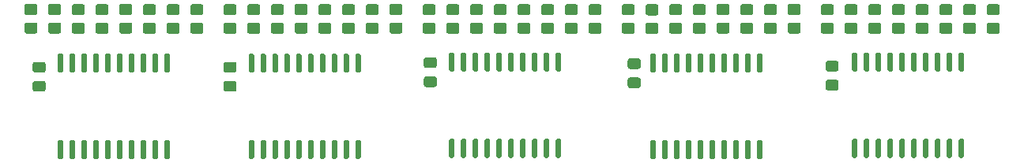
<source format=gtp>
G04 #@! TF.GenerationSoftware,KiCad,Pcbnew,(5.1.8)-1*
G04 #@! TF.CreationDate,2021-04-28T16:49:30+01:00*
G04 #@! TF.ProjectId,Altair buffer,416c7461-6972-4206-9275-666665722e6b,rev?*
G04 #@! TF.SameCoordinates,Original*
G04 #@! TF.FileFunction,Paste,Top*
G04 #@! TF.FilePolarity,Positive*
%FSLAX46Y46*%
G04 Gerber Fmt 4.6, Leading zero omitted, Abs format (unit mm)*
G04 Created by KiCad (PCBNEW (5.1.8)-1) date 2021-04-28 16:49:30*
%MOMM*%
%LPD*%
G01*
G04 APERTURE LIST*
G04 APERTURE END LIST*
G36*
G01*
X144549000Y-92895000D02*
X144249000Y-92895000D01*
G75*
G02*
X144099000Y-92745000I0J150000D01*
G01*
X144099000Y-90995000D01*
G75*
G02*
X144249000Y-90845000I150000J0D01*
G01*
X144549000Y-90845000D01*
G75*
G02*
X144699000Y-90995000I0J-150000D01*
G01*
X144699000Y-92745000D01*
G75*
G02*
X144549000Y-92895000I-150000J0D01*
G01*
G37*
G36*
G01*
X145819000Y-92895000D02*
X145519000Y-92895000D01*
G75*
G02*
X145369000Y-92745000I0J150000D01*
G01*
X145369000Y-90995000D01*
G75*
G02*
X145519000Y-90845000I150000J0D01*
G01*
X145819000Y-90845000D01*
G75*
G02*
X145969000Y-90995000I0J-150000D01*
G01*
X145969000Y-92745000D01*
G75*
G02*
X145819000Y-92895000I-150000J0D01*
G01*
G37*
G36*
G01*
X147089000Y-92895000D02*
X146789000Y-92895000D01*
G75*
G02*
X146639000Y-92745000I0J150000D01*
G01*
X146639000Y-90995000D01*
G75*
G02*
X146789000Y-90845000I150000J0D01*
G01*
X147089000Y-90845000D01*
G75*
G02*
X147239000Y-90995000I0J-150000D01*
G01*
X147239000Y-92745000D01*
G75*
G02*
X147089000Y-92895000I-150000J0D01*
G01*
G37*
G36*
G01*
X148359000Y-92895000D02*
X148059000Y-92895000D01*
G75*
G02*
X147909000Y-92745000I0J150000D01*
G01*
X147909000Y-90995000D01*
G75*
G02*
X148059000Y-90845000I150000J0D01*
G01*
X148359000Y-90845000D01*
G75*
G02*
X148509000Y-90995000I0J-150000D01*
G01*
X148509000Y-92745000D01*
G75*
G02*
X148359000Y-92895000I-150000J0D01*
G01*
G37*
G36*
G01*
X149629000Y-92895000D02*
X149329000Y-92895000D01*
G75*
G02*
X149179000Y-92745000I0J150000D01*
G01*
X149179000Y-90995000D01*
G75*
G02*
X149329000Y-90845000I150000J0D01*
G01*
X149629000Y-90845000D01*
G75*
G02*
X149779000Y-90995000I0J-150000D01*
G01*
X149779000Y-92745000D01*
G75*
G02*
X149629000Y-92895000I-150000J0D01*
G01*
G37*
G36*
G01*
X150899000Y-92895000D02*
X150599000Y-92895000D01*
G75*
G02*
X150449000Y-92745000I0J150000D01*
G01*
X150449000Y-90995000D01*
G75*
G02*
X150599000Y-90845000I150000J0D01*
G01*
X150899000Y-90845000D01*
G75*
G02*
X151049000Y-90995000I0J-150000D01*
G01*
X151049000Y-92745000D01*
G75*
G02*
X150899000Y-92895000I-150000J0D01*
G01*
G37*
G36*
G01*
X152169000Y-92895000D02*
X151869000Y-92895000D01*
G75*
G02*
X151719000Y-92745000I0J150000D01*
G01*
X151719000Y-90995000D01*
G75*
G02*
X151869000Y-90845000I150000J0D01*
G01*
X152169000Y-90845000D01*
G75*
G02*
X152319000Y-90995000I0J-150000D01*
G01*
X152319000Y-92745000D01*
G75*
G02*
X152169000Y-92895000I-150000J0D01*
G01*
G37*
G36*
G01*
X153439000Y-92895000D02*
X153139000Y-92895000D01*
G75*
G02*
X152989000Y-92745000I0J150000D01*
G01*
X152989000Y-90995000D01*
G75*
G02*
X153139000Y-90845000I150000J0D01*
G01*
X153439000Y-90845000D01*
G75*
G02*
X153589000Y-90995000I0J-150000D01*
G01*
X153589000Y-92745000D01*
G75*
G02*
X153439000Y-92895000I-150000J0D01*
G01*
G37*
G36*
G01*
X154709000Y-92895000D02*
X154409000Y-92895000D01*
G75*
G02*
X154259000Y-92745000I0J150000D01*
G01*
X154259000Y-90995000D01*
G75*
G02*
X154409000Y-90845000I150000J0D01*
G01*
X154709000Y-90845000D01*
G75*
G02*
X154859000Y-90995000I0J-150000D01*
G01*
X154859000Y-92745000D01*
G75*
G02*
X154709000Y-92895000I-150000J0D01*
G01*
G37*
G36*
G01*
X155979000Y-92895000D02*
X155679000Y-92895000D01*
G75*
G02*
X155529000Y-92745000I0J150000D01*
G01*
X155529000Y-90995000D01*
G75*
G02*
X155679000Y-90845000I150000J0D01*
G01*
X155979000Y-90845000D01*
G75*
G02*
X156129000Y-90995000I0J-150000D01*
G01*
X156129000Y-92745000D01*
G75*
G02*
X155979000Y-92895000I-150000J0D01*
G01*
G37*
G36*
G01*
X155979000Y-102195000D02*
X155679000Y-102195000D01*
G75*
G02*
X155529000Y-102045000I0J150000D01*
G01*
X155529000Y-100295000D01*
G75*
G02*
X155679000Y-100145000I150000J0D01*
G01*
X155979000Y-100145000D01*
G75*
G02*
X156129000Y-100295000I0J-150000D01*
G01*
X156129000Y-102045000D01*
G75*
G02*
X155979000Y-102195000I-150000J0D01*
G01*
G37*
G36*
G01*
X154709000Y-102195000D02*
X154409000Y-102195000D01*
G75*
G02*
X154259000Y-102045000I0J150000D01*
G01*
X154259000Y-100295000D01*
G75*
G02*
X154409000Y-100145000I150000J0D01*
G01*
X154709000Y-100145000D01*
G75*
G02*
X154859000Y-100295000I0J-150000D01*
G01*
X154859000Y-102045000D01*
G75*
G02*
X154709000Y-102195000I-150000J0D01*
G01*
G37*
G36*
G01*
X153439000Y-102195000D02*
X153139000Y-102195000D01*
G75*
G02*
X152989000Y-102045000I0J150000D01*
G01*
X152989000Y-100295000D01*
G75*
G02*
X153139000Y-100145000I150000J0D01*
G01*
X153439000Y-100145000D01*
G75*
G02*
X153589000Y-100295000I0J-150000D01*
G01*
X153589000Y-102045000D01*
G75*
G02*
X153439000Y-102195000I-150000J0D01*
G01*
G37*
G36*
G01*
X152169000Y-102195000D02*
X151869000Y-102195000D01*
G75*
G02*
X151719000Y-102045000I0J150000D01*
G01*
X151719000Y-100295000D01*
G75*
G02*
X151869000Y-100145000I150000J0D01*
G01*
X152169000Y-100145000D01*
G75*
G02*
X152319000Y-100295000I0J-150000D01*
G01*
X152319000Y-102045000D01*
G75*
G02*
X152169000Y-102195000I-150000J0D01*
G01*
G37*
G36*
G01*
X150899000Y-102195000D02*
X150599000Y-102195000D01*
G75*
G02*
X150449000Y-102045000I0J150000D01*
G01*
X150449000Y-100295000D01*
G75*
G02*
X150599000Y-100145000I150000J0D01*
G01*
X150899000Y-100145000D01*
G75*
G02*
X151049000Y-100295000I0J-150000D01*
G01*
X151049000Y-102045000D01*
G75*
G02*
X150899000Y-102195000I-150000J0D01*
G01*
G37*
G36*
G01*
X149629000Y-102195000D02*
X149329000Y-102195000D01*
G75*
G02*
X149179000Y-102045000I0J150000D01*
G01*
X149179000Y-100295000D01*
G75*
G02*
X149329000Y-100145000I150000J0D01*
G01*
X149629000Y-100145000D01*
G75*
G02*
X149779000Y-100295000I0J-150000D01*
G01*
X149779000Y-102045000D01*
G75*
G02*
X149629000Y-102195000I-150000J0D01*
G01*
G37*
G36*
G01*
X148359000Y-102195000D02*
X148059000Y-102195000D01*
G75*
G02*
X147909000Y-102045000I0J150000D01*
G01*
X147909000Y-100295000D01*
G75*
G02*
X148059000Y-100145000I150000J0D01*
G01*
X148359000Y-100145000D01*
G75*
G02*
X148509000Y-100295000I0J-150000D01*
G01*
X148509000Y-102045000D01*
G75*
G02*
X148359000Y-102195000I-150000J0D01*
G01*
G37*
G36*
G01*
X147089000Y-102195000D02*
X146789000Y-102195000D01*
G75*
G02*
X146639000Y-102045000I0J150000D01*
G01*
X146639000Y-100295000D01*
G75*
G02*
X146789000Y-100145000I150000J0D01*
G01*
X147089000Y-100145000D01*
G75*
G02*
X147239000Y-100295000I0J-150000D01*
G01*
X147239000Y-102045000D01*
G75*
G02*
X147089000Y-102195000I-150000J0D01*
G01*
G37*
G36*
G01*
X145819000Y-102195000D02*
X145519000Y-102195000D01*
G75*
G02*
X145369000Y-102045000I0J150000D01*
G01*
X145369000Y-100295000D01*
G75*
G02*
X145519000Y-100145000I150000J0D01*
G01*
X145819000Y-100145000D01*
G75*
G02*
X145969000Y-100295000I0J-150000D01*
G01*
X145969000Y-102045000D01*
G75*
G02*
X145819000Y-102195000I-150000J0D01*
G01*
G37*
G36*
G01*
X144549000Y-102195000D02*
X144249000Y-102195000D01*
G75*
G02*
X144099000Y-102045000I0J150000D01*
G01*
X144099000Y-100295000D01*
G75*
G02*
X144249000Y-100145000I150000J0D01*
G01*
X144549000Y-100145000D01*
G75*
G02*
X144699000Y-100295000I0J-150000D01*
G01*
X144699000Y-102045000D01*
G75*
G02*
X144549000Y-102195000I-150000J0D01*
G01*
G37*
G36*
G01*
X122959000Y-93022000D02*
X122659000Y-93022000D01*
G75*
G02*
X122509000Y-92872000I0J150000D01*
G01*
X122509000Y-91122000D01*
G75*
G02*
X122659000Y-90972000I150000J0D01*
G01*
X122959000Y-90972000D01*
G75*
G02*
X123109000Y-91122000I0J-150000D01*
G01*
X123109000Y-92872000D01*
G75*
G02*
X122959000Y-93022000I-150000J0D01*
G01*
G37*
G36*
G01*
X124229000Y-93022000D02*
X123929000Y-93022000D01*
G75*
G02*
X123779000Y-92872000I0J150000D01*
G01*
X123779000Y-91122000D01*
G75*
G02*
X123929000Y-90972000I150000J0D01*
G01*
X124229000Y-90972000D01*
G75*
G02*
X124379000Y-91122000I0J-150000D01*
G01*
X124379000Y-92872000D01*
G75*
G02*
X124229000Y-93022000I-150000J0D01*
G01*
G37*
G36*
G01*
X125499000Y-93022000D02*
X125199000Y-93022000D01*
G75*
G02*
X125049000Y-92872000I0J150000D01*
G01*
X125049000Y-91122000D01*
G75*
G02*
X125199000Y-90972000I150000J0D01*
G01*
X125499000Y-90972000D01*
G75*
G02*
X125649000Y-91122000I0J-150000D01*
G01*
X125649000Y-92872000D01*
G75*
G02*
X125499000Y-93022000I-150000J0D01*
G01*
G37*
G36*
G01*
X126769000Y-93022000D02*
X126469000Y-93022000D01*
G75*
G02*
X126319000Y-92872000I0J150000D01*
G01*
X126319000Y-91122000D01*
G75*
G02*
X126469000Y-90972000I150000J0D01*
G01*
X126769000Y-90972000D01*
G75*
G02*
X126919000Y-91122000I0J-150000D01*
G01*
X126919000Y-92872000D01*
G75*
G02*
X126769000Y-93022000I-150000J0D01*
G01*
G37*
G36*
G01*
X128039000Y-93022000D02*
X127739000Y-93022000D01*
G75*
G02*
X127589000Y-92872000I0J150000D01*
G01*
X127589000Y-91122000D01*
G75*
G02*
X127739000Y-90972000I150000J0D01*
G01*
X128039000Y-90972000D01*
G75*
G02*
X128189000Y-91122000I0J-150000D01*
G01*
X128189000Y-92872000D01*
G75*
G02*
X128039000Y-93022000I-150000J0D01*
G01*
G37*
G36*
G01*
X129309000Y-93022000D02*
X129009000Y-93022000D01*
G75*
G02*
X128859000Y-92872000I0J150000D01*
G01*
X128859000Y-91122000D01*
G75*
G02*
X129009000Y-90972000I150000J0D01*
G01*
X129309000Y-90972000D01*
G75*
G02*
X129459000Y-91122000I0J-150000D01*
G01*
X129459000Y-92872000D01*
G75*
G02*
X129309000Y-93022000I-150000J0D01*
G01*
G37*
G36*
G01*
X130579000Y-93022000D02*
X130279000Y-93022000D01*
G75*
G02*
X130129000Y-92872000I0J150000D01*
G01*
X130129000Y-91122000D01*
G75*
G02*
X130279000Y-90972000I150000J0D01*
G01*
X130579000Y-90972000D01*
G75*
G02*
X130729000Y-91122000I0J-150000D01*
G01*
X130729000Y-92872000D01*
G75*
G02*
X130579000Y-93022000I-150000J0D01*
G01*
G37*
G36*
G01*
X131849000Y-93022000D02*
X131549000Y-93022000D01*
G75*
G02*
X131399000Y-92872000I0J150000D01*
G01*
X131399000Y-91122000D01*
G75*
G02*
X131549000Y-90972000I150000J0D01*
G01*
X131849000Y-90972000D01*
G75*
G02*
X131999000Y-91122000I0J-150000D01*
G01*
X131999000Y-92872000D01*
G75*
G02*
X131849000Y-93022000I-150000J0D01*
G01*
G37*
G36*
G01*
X133119000Y-93022000D02*
X132819000Y-93022000D01*
G75*
G02*
X132669000Y-92872000I0J150000D01*
G01*
X132669000Y-91122000D01*
G75*
G02*
X132819000Y-90972000I150000J0D01*
G01*
X133119000Y-90972000D01*
G75*
G02*
X133269000Y-91122000I0J-150000D01*
G01*
X133269000Y-92872000D01*
G75*
G02*
X133119000Y-93022000I-150000J0D01*
G01*
G37*
G36*
G01*
X134389000Y-93022000D02*
X134089000Y-93022000D01*
G75*
G02*
X133939000Y-92872000I0J150000D01*
G01*
X133939000Y-91122000D01*
G75*
G02*
X134089000Y-90972000I150000J0D01*
G01*
X134389000Y-90972000D01*
G75*
G02*
X134539000Y-91122000I0J-150000D01*
G01*
X134539000Y-92872000D01*
G75*
G02*
X134389000Y-93022000I-150000J0D01*
G01*
G37*
G36*
G01*
X134389000Y-102322000D02*
X134089000Y-102322000D01*
G75*
G02*
X133939000Y-102172000I0J150000D01*
G01*
X133939000Y-100422000D01*
G75*
G02*
X134089000Y-100272000I150000J0D01*
G01*
X134389000Y-100272000D01*
G75*
G02*
X134539000Y-100422000I0J-150000D01*
G01*
X134539000Y-102172000D01*
G75*
G02*
X134389000Y-102322000I-150000J0D01*
G01*
G37*
G36*
G01*
X133119000Y-102322000D02*
X132819000Y-102322000D01*
G75*
G02*
X132669000Y-102172000I0J150000D01*
G01*
X132669000Y-100422000D01*
G75*
G02*
X132819000Y-100272000I150000J0D01*
G01*
X133119000Y-100272000D01*
G75*
G02*
X133269000Y-100422000I0J-150000D01*
G01*
X133269000Y-102172000D01*
G75*
G02*
X133119000Y-102322000I-150000J0D01*
G01*
G37*
G36*
G01*
X131849000Y-102322000D02*
X131549000Y-102322000D01*
G75*
G02*
X131399000Y-102172000I0J150000D01*
G01*
X131399000Y-100422000D01*
G75*
G02*
X131549000Y-100272000I150000J0D01*
G01*
X131849000Y-100272000D01*
G75*
G02*
X131999000Y-100422000I0J-150000D01*
G01*
X131999000Y-102172000D01*
G75*
G02*
X131849000Y-102322000I-150000J0D01*
G01*
G37*
G36*
G01*
X130579000Y-102322000D02*
X130279000Y-102322000D01*
G75*
G02*
X130129000Y-102172000I0J150000D01*
G01*
X130129000Y-100422000D01*
G75*
G02*
X130279000Y-100272000I150000J0D01*
G01*
X130579000Y-100272000D01*
G75*
G02*
X130729000Y-100422000I0J-150000D01*
G01*
X130729000Y-102172000D01*
G75*
G02*
X130579000Y-102322000I-150000J0D01*
G01*
G37*
G36*
G01*
X129309000Y-102322000D02*
X129009000Y-102322000D01*
G75*
G02*
X128859000Y-102172000I0J150000D01*
G01*
X128859000Y-100422000D01*
G75*
G02*
X129009000Y-100272000I150000J0D01*
G01*
X129309000Y-100272000D01*
G75*
G02*
X129459000Y-100422000I0J-150000D01*
G01*
X129459000Y-102172000D01*
G75*
G02*
X129309000Y-102322000I-150000J0D01*
G01*
G37*
G36*
G01*
X128039000Y-102322000D02*
X127739000Y-102322000D01*
G75*
G02*
X127589000Y-102172000I0J150000D01*
G01*
X127589000Y-100422000D01*
G75*
G02*
X127739000Y-100272000I150000J0D01*
G01*
X128039000Y-100272000D01*
G75*
G02*
X128189000Y-100422000I0J-150000D01*
G01*
X128189000Y-102172000D01*
G75*
G02*
X128039000Y-102322000I-150000J0D01*
G01*
G37*
G36*
G01*
X126769000Y-102322000D02*
X126469000Y-102322000D01*
G75*
G02*
X126319000Y-102172000I0J150000D01*
G01*
X126319000Y-100422000D01*
G75*
G02*
X126469000Y-100272000I150000J0D01*
G01*
X126769000Y-100272000D01*
G75*
G02*
X126919000Y-100422000I0J-150000D01*
G01*
X126919000Y-102172000D01*
G75*
G02*
X126769000Y-102322000I-150000J0D01*
G01*
G37*
G36*
G01*
X125499000Y-102322000D02*
X125199000Y-102322000D01*
G75*
G02*
X125049000Y-102172000I0J150000D01*
G01*
X125049000Y-100422000D01*
G75*
G02*
X125199000Y-100272000I150000J0D01*
G01*
X125499000Y-100272000D01*
G75*
G02*
X125649000Y-100422000I0J-150000D01*
G01*
X125649000Y-102172000D01*
G75*
G02*
X125499000Y-102322000I-150000J0D01*
G01*
G37*
G36*
G01*
X124229000Y-102322000D02*
X123929000Y-102322000D01*
G75*
G02*
X123779000Y-102172000I0J150000D01*
G01*
X123779000Y-100422000D01*
G75*
G02*
X123929000Y-100272000I150000J0D01*
G01*
X124229000Y-100272000D01*
G75*
G02*
X124379000Y-100422000I0J-150000D01*
G01*
X124379000Y-102172000D01*
G75*
G02*
X124229000Y-102322000I-150000J0D01*
G01*
G37*
G36*
G01*
X122959000Y-102322000D02*
X122659000Y-102322000D01*
G75*
G02*
X122509000Y-102172000I0J150000D01*
G01*
X122509000Y-100422000D01*
G75*
G02*
X122659000Y-100272000I150000J0D01*
G01*
X122959000Y-100272000D01*
G75*
G02*
X123109000Y-100422000I0J-150000D01*
G01*
X123109000Y-102172000D01*
G75*
G02*
X122959000Y-102322000I-150000J0D01*
G01*
G37*
G36*
G01*
X79906000Y-93022000D02*
X79606000Y-93022000D01*
G75*
G02*
X79456000Y-92872000I0J150000D01*
G01*
X79456000Y-91122000D01*
G75*
G02*
X79606000Y-90972000I150000J0D01*
G01*
X79906000Y-90972000D01*
G75*
G02*
X80056000Y-91122000I0J-150000D01*
G01*
X80056000Y-92872000D01*
G75*
G02*
X79906000Y-93022000I-150000J0D01*
G01*
G37*
G36*
G01*
X81176000Y-93022000D02*
X80876000Y-93022000D01*
G75*
G02*
X80726000Y-92872000I0J150000D01*
G01*
X80726000Y-91122000D01*
G75*
G02*
X80876000Y-90972000I150000J0D01*
G01*
X81176000Y-90972000D01*
G75*
G02*
X81326000Y-91122000I0J-150000D01*
G01*
X81326000Y-92872000D01*
G75*
G02*
X81176000Y-93022000I-150000J0D01*
G01*
G37*
G36*
G01*
X82446000Y-93022000D02*
X82146000Y-93022000D01*
G75*
G02*
X81996000Y-92872000I0J150000D01*
G01*
X81996000Y-91122000D01*
G75*
G02*
X82146000Y-90972000I150000J0D01*
G01*
X82446000Y-90972000D01*
G75*
G02*
X82596000Y-91122000I0J-150000D01*
G01*
X82596000Y-92872000D01*
G75*
G02*
X82446000Y-93022000I-150000J0D01*
G01*
G37*
G36*
G01*
X83716000Y-93022000D02*
X83416000Y-93022000D01*
G75*
G02*
X83266000Y-92872000I0J150000D01*
G01*
X83266000Y-91122000D01*
G75*
G02*
X83416000Y-90972000I150000J0D01*
G01*
X83716000Y-90972000D01*
G75*
G02*
X83866000Y-91122000I0J-150000D01*
G01*
X83866000Y-92872000D01*
G75*
G02*
X83716000Y-93022000I-150000J0D01*
G01*
G37*
G36*
G01*
X84986000Y-93022000D02*
X84686000Y-93022000D01*
G75*
G02*
X84536000Y-92872000I0J150000D01*
G01*
X84536000Y-91122000D01*
G75*
G02*
X84686000Y-90972000I150000J0D01*
G01*
X84986000Y-90972000D01*
G75*
G02*
X85136000Y-91122000I0J-150000D01*
G01*
X85136000Y-92872000D01*
G75*
G02*
X84986000Y-93022000I-150000J0D01*
G01*
G37*
G36*
G01*
X86256000Y-93022000D02*
X85956000Y-93022000D01*
G75*
G02*
X85806000Y-92872000I0J150000D01*
G01*
X85806000Y-91122000D01*
G75*
G02*
X85956000Y-90972000I150000J0D01*
G01*
X86256000Y-90972000D01*
G75*
G02*
X86406000Y-91122000I0J-150000D01*
G01*
X86406000Y-92872000D01*
G75*
G02*
X86256000Y-93022000I-150000J0D01*
G01*
G37*
G36*
G01*
X87526000Y-93022000D02*
X87226000Y-93022000D01*
G75*
G02*
X87076000Y-92872000I0J150000D01*
G01*
X87076000Y-91122000D01*
G75*
G02*
X87226000Y-90972000I150000J0D01*
G01*
X87526000Y-90972000D01*
G75*
G02*
X87676000Y-91122000I0J-150000D01*
G01*
X87676000Y-92872000D01*
G75*
G02*
X87526000Y-93022000I-150000J0D01*
G01*
G37*
G36*
G01*
X88796000Y-93022000D02*
X88496000Y-93022000D01*
G75*
G02*
X88346000Y-92872000I0J150000D01*
G01*
X88346000Y-91122000D01*
G75*
G02*
X88496000Y-90972000I150000J0D01*
G01*
X88796000Y-90972000D01*
G75*
G02*
X88946000Y-91122000I0J-150000D01*
G01*
X88946000Y-92872000D01*
G75*
G02*
X88796000Y-93022000I-150000J0D01*
G01*
G37*
G36*
G01*
X90066000Y-93022000D02*
X89766000Y-93022000D01*
G75*
G02*
X89616000Y-92872000I0J150000D01*
G01*
X89616000Y-91122000D01*
G75*
G02*
X89766000Y-90972000I150000J0D01*
G01*
X90066000Y-90972000D01*
G75*
G02*
X90216000Y-91122000I0J-150000D01*
G01*
X90216000Y-92872000D01*
G75*
G02*
X90066000Y-93022000I-150000J0D01*
G01*
G37*
G36*
G01*
X91336000Y-93022000D02*
X91036000Y-93022000D01*
G75*
G02*
X90886000Y-92872000I0J150000D01*
G01*
X90886000Y-91122000D01*
G75*
G02*
X91036000Y-90972000I150000J0D01*
G01*
X91336000Y-90972000D01*
G75*
G02*
X91486000Y-91122000I0J-150000D01*
G01*
X91486000Y-92872000D01*
G75*
G02*
X91336000Y-93022000I-150000J0D01*
G01*
G37*
G36*
G01*
X91336000Y-102322000D02*
X91036000Y-102322000D01*
G75*
G02*
X90886000Y-102172000I0J150000D01*
G01*
X90886000Y-100422000D01*
G75*
G02*
X91036000Y-100272000I150000J0D01*
G01*
X91336000Y-100272000D01*
G75*
G02*
X91486000Y-100422000I0J-150000D01*
G01*
X91486000Y-102172000D01*
G75*
G02*
X91336000Y-102322000I-150000J0D01*
G01*
G37*
G36*
G01*
X90066000Y-102322000D02*
X89766000Y-102322000D01*
G75*
G02*
X89616000Y-102172000I0J150000D01*
G01*
X89616000Y-100422000D01*
G75*
G02*
X89766000Y-100272000I150000J0D01*
G01*
X90066000Y-100272000D01*
G75*
G02*
X90216000Y-100422000I0J-150000D01*
G01*
X90216000Y-102172000D01*
G75*
G02*
X90066000Y-102322000I-150000J0D01*
G01*
G37*
G36*
G01*
X88796000Y-102322000D02*
X88496000Y-102322000D01*
G75*
G02*
X88346000Y-102172000I0J150000D01*
G01*
X88346000Y-100422000D01*
G75*
G02*
X88496000Y-100272000I150000J0D01*
G01*
X88796000Y-100272000D01*
G75*
G02*
X88946000Y-100422000I0J-150000D01*
G01*
X88946000Y-102172000D01*
G75*
G02*
X88796000Y-102322000I-150000J0D01*
G01*
G37*
G36*
G01*
X87526000Y-102322000D02*
X87226000Y-102322000D01*
G75*
G02*
X87076000Y-102172000I0J150000D01*
G01*
X87076000Y-100422000D01*
G75*
G02*
X87226000Y-100272000I150000J0D01*
G01*
X87526000Y-100272000D01*
G75*
G02*
X87676000Y-100422000I0J-150000D01*
G01*
X87676000Y-102172000D01*
G75*
G02*
X87526000Y-102322000I-150000J0D01*
G01*
G37*
G36*
G01*
X86256000Y-102322000D02*
X85956000Y-102322000D01*
G75*
G02*
X85806000Y-102172000I0J150000D01*
G01*
X85806000Y-100422000D01*
G75*
G02*
X85956000Y-100272000I150000J0D01*
G01*
X86256000Y-100272000D01*
G75*
G02*
X86406000Y-100422000I0J-150000D01*
G01*
X86406000Y-102172000D01*
G75*
G02*
X86256000Y-102322000I-150000J0D01*
G01*
G37*
G36*
G01*
X84986000Y-102322000D02*
X84686000Y-102322000D01*
G75*
G02*
X84536000Y-102172000I0J150000D01*
G01*
X84536000Y-100422000D01*
G75*
G02*
X84686000Y-100272000I150000J0D01*
G01*
X84986000Y-100272000D01*
G75*
G02*
X85136000Y-100422000I0J-150000D01*
G01*
X85136000Y-102172000D01*
G75*
G02*
X84986000Y-102322000I-150000J0D01*
G01*
G37*
G36*
G01*
X83716000Y-102322000D02*
X83416000Y-102322000D01*
G75*
G02*
X83266000Y-102172000I0J150000D01*
G01*
X83266000Y-100422000D01*
G75*
G02*
X83416000Y-100272000I150000J0D01*
G01*
X83716000Y-100272000D01*
G75*
G02*
X83866000Y-100422000I0J-150000D01*
G01*
X83866000Y-102172000D01*
G75*
G02*
X83716000Y-102322000I-150000J0D01*
G01*
G37*
G36*
G01*
X82446000Y-102322000D02*
X82146000Y-102322000D01*
G75*
G02*
X81996000Y-102172000I0J150000D01*
G01*
X81996000Y-100422000D01*
G75*
G02*
X82146000Y-100272000I150000J0D01*
G01*
X82446000Y-100272000D01*
G75*
G02*
X82596000Y-100422000I0J-150000D01*
G01*
X82596000Y-102172000D01*
G75*
G02*
X82446000Y-102322000I-150000J0D01*
G01*
G37*
G36*
G01*
X81176000Y-102322000D02*
X80876000Y-102322000D01*
G75*
G02*
X80726000Y-102172000I0J150000D01*
G01*
X80726000Y-100422000D01*
G75*
G02*
X80876000Y-100272000I150000J0D01*
G01*
X81176000Y-100272000D01*
G75*
G02*
X81326000Y-100422000I0J-150000D01*
G01*
X81326000Y-102172000D01*
G75*
G02*
X81176000Y-102322000I-150000J0D01*
G01*
G37*
G36*
G01*
X79906000Y-102322000D02*
X79606000Y-102322000D01*
G75*
G02*
X79456000Y-102172000I0J150000D01*
G01*
X79456000Y-100422000D01*
G75*
G02*
X79606000Y-100272000I150000J0D01*
G01*
X79906000Y-100272000D01*
G75*
G02*
X80056000Y-100422000I0J-150000D01*
G01*
X80056000Y-102172000D01*
G75*
G02*
X79906000Y-102322000I-150000J0D01*
G01*
G37*
G36*
G01*
X101369000Y-92895000D02*
X101069000Y-92895000D01*
G75*
G02*
X100919000Y-92745000I0J150000D01*
G01*
X100919000Y-90995000D01*
G75*
G02*
X101069000Y-90845000I150000J0D01*
G01*
X101369000Y-90845000D01*
G75*
G02*
X101519000Y-90995000I0J-150000D01*
G01*
X101519000Y-92745000D01*
G75*
G02*
X101369000Y-92895000I-150000J0D01*
G01*
G37*
G36*
G01*
X102639000Y-92895000D02*
X102339000Y-92895000D01*
G75*
G02*
X102189000Y-92745000I0J150000D01*
G01*
X102189000Y-90995000D01*
G75*
G02*
X102339000Y-90845000I150000J0D01*
G01*
X102639000Y-90845000D01*
G75*
G02*
X102789000Y-90995000I0J-150000D01*
G01*
X102789000Y-92745000D01*
G75*
G02*
X102639000Y-92895000I-150000J0D01*
G01*
G37*
G36*
G01*
X103909000Y-92895000D02*
X103609000Y-92895000D01*
G75*
G02*
X103459000Y-92745000I0J150000D01*
G01*
X103459000Y-90995000D01*
G75*
G02*
X103609000Y-90845000I150000J0D01*
G01*
X103909000Y-90845000D01*
G75*
G02*
X104059000Y-90995000I0J-150000D01*
G01*
X104059000Y-92745000D01*
G75*
G02*
X103909000Y-92895000I-150000J0D01*
G01*
G37*
G36*
G01*
X105179000Y-92895000D02*
X104879000Y-92895000D01*
G75*
G02*
X104729000Y-92745000I0J150000D01*
G01*
X104729000Y-90995000D01*
G75*
G02*
X104879000Y-90845000I150000J0D01*
G01*
X105179000Y-90845000D01*
G75*
G02*
X105329000Y-90995000I0J-150000D01*
G01*
X105329000Y-92745000D01*
G75*
G02*
X105179000Y-92895000I-150000J0D01*
G01*
G37*
G36*
G01*
X106449000Y-92895000D02*
X106149000Y-92895000D01*
G75*
G02*
X105999000Y-92745000I0J150000D01*
G01*
X105999000Y-90995000D01*
G75*
G02*
X106149000Y-90845000I150000J0D01*
G01*
X106449000Y-90845000D01*
G75*
G02*
X106599000Y-90995000I0J-150000D01*
G01*
X106599000Y-92745000D01*
G75*
G02*
X106449000Y-92895000I-150000J0D01*
G01*
G37*
G36*
G01*
X107719000Y-92895000D02*
X107419000Y-92895000D01*
G75*
G02*
X107269000Y-92745000I0J150000D01*
G01*
X107269000Y-90995000D01*
G75*
G02*
X107419000Y-90845000I150000J0D01*
G01*
X107719000Y-90845000D01*
G75*
G02*
X107869000Y-90995000I0J-150000D01*
G01*
X107869000Y-92745000D01*
G75*
G02*
X107719000Y-92895000I-150000J0D01*
G01*
G37*
G36*
G01*
X108989000Y-92895000D02*
X108689000Y-92895000D01*
G75*
G02*
X108539000Y-92745000I0J150000D01*
G01*
X108539000Y-90995000D01*
G75*
G02*
X108689000Y-90845000I150000J0D01*
G01*
X108989000Y-90845000D01*
G75*
G02*
X109139000Y-90995000I0J-150000D01*
G01*
X109139000Y-92745000D01*
G75*
G02*
X108989000Y-92895000I-150000J0D01*
G01*
G37*
G36*
G01*
X110259000Y-92895000D02*
X109959000Y-92895000D01*
G75*
G02*
X109809000Y-92745000I0J150000D01*
G01*
X109809000Y-90995000D01*
G75*
G02*
X109959000Y-90845000I150000J0D01*
G01*
X110259000Y-90845000D01*
G75*
G02*
X110409000Y-90995000I0J-150000D01*
G01*
X110409000Y-92745000D01*
G75*
G02*
X110259000Y-92895000I-150000J0D01*
G01*
G37*
G36*
G01*
X111529000Y-92895000D02*
X111229000Y-92895000D01*
G75*
G02*
X111079000Y-92745000I0J150000D01*
G01*
X111079000Y-90995000D01*
G75*
G02*
X111229000Y-90845000I150000J0D01*
G01*
X111529000Y-90845000D01*
G75*
G02*
X111679000Y-90995000I0J-150000D01*
G01*
X111679000Y-92745000D01*
G75*
G02*
X111529000Y-92895000I-150000J0D01*
G01*
G37*
G36*
G01*
X112799000Y-92895000D02*
X112499000Y-92895000D01*
G75*
G02*
X112349000Y-92745000I0J150000D01*
G01*
X112349000Y-90995000D01*
G75*
G02*
X112499000Y-90845000I150000J0D01*
G01*
X112799000Y-90845000D01*
G75*
G02*
X112949000Y-90995000I0J-150000D01*
G01*
X112949000Y-92745000D01*
G75*
G02*
X112799000Y-92895000I-150000J0D01*
G01*
G37*
G36*
G01*
X112799000Y-102195000D02*
X112499000Y-102195000D01*
G75*
G02*
X112349000Y-102045000I0J150000D01*
G01*
X112349000Y-100295000D01*
G75*
G02*
X112499000Y-100145000I150000J0D01*
G01*
X112799000Y-100145000D01*
G75*
G02*
X112949000Y-100295000I0J-150000D01*
G01*
X112949000Y-102045000D01*
G75*
G02*
X112799000Y-102195000I-150000J0D01*
G01*
G37*
G36*
G01*
X111529000Y-102195000D02*
X111229000Y-102195000D01*
G75*
G02*
X111079000Y-102045000I0J150000D01*
G01*
X111079000Y-100295000D01*
G75*
G02*
X111229000Y-100145000I150000J0D01*
G01*
X111529000Y-100145000D01*
G75*
G02*
X111679000Y-100295000I0J-150000D01*
G01*
X111679000Y-102045000D01*
G75*
G02*
X111529000Y-102195000I-150000J0D01*
G01*
G37*
G36*
G01*
X110259000Y-102195000D02*
X109959000Y-102195000D01*
G75*
G02*
X109809000Y-102045000I0J150000D01*
G01*
X109809000Y-100295000D01*
G75*
G02*
X109959000Y-100145000I150000J0D01*
G01*
X110259000Y-100145000D01*
G75*
G02*
X110409000Y-100295000I0J-150000D01*
G01*
X110409000Y-102045000D01*
G75*
G02*
X110259000Y-102195000I-150000J0D01*
G01*
G37*
G36*
G01*
X108989000Y-102195000D02*
X108689000Y-102195000D01*
G75*
G02*
X108539000Y-102045000I0J150000D01*
G01*
X108539000Y-100295000D01*
G75*
G02*
X108689000Y-100145000I150000J0D01*
G01*
X108989000Y-100145000D01*
G75*
G02*
X109139000Y-100295000I0J-150000D01*
G01*
X109139000Y-102045000D01*
G75*
G02*
X108989000Y-102195000I-150000J0D01*
G01*
G37*
G36*
G01*
X107719000Y-102195000D02*
X107419000Y-102195000D01*
G75*
G02*
X107269000Y-102045000I0J150000D01*
G01*
X107269000Y-100295000D01*
G75*
G02*
X107419000Y-100145000I150000J0D01*
G01*
X107719000Y-100145000D01*
G75*
G02*
X107869000Y-100295000I0J-150000D01*
G01*
X107869000Y-102045000D01*
G75*
G02*
X107719000Y-102195000I-150000J0D01*
G01*
G37*
G36*
G01*
X106449000Y-102195000D02*
X106149000Y-102195000D01*
G75*
G02*
X105999000Y-102045000I0J150000D01*
G01*
X105999000Y-100295000D01*
G75*
G02*
X106149000Y-100145000I150000J0D01*
G01*
X106449000Y-100145000D01*
G75*
G02*
X106599000Y-100295000I0J-150000D01*
G01*
X106599000Y-102045000D01*
G75*
G02*
X106449000Y-102195000I-150000J0D01*
G01*
G37*
G36*
G01*
X105179000Y-102195000D02*
X104879000Y-102195000D01*
G75*
G02*
X104729000Y-102045000I0J150000D01*
G01*
X104729000Y-100295000D01*
G75*
G02*
X104879000Y-100145000I150000J0D01*
G01*
X105179000Y-100145000D01*
G75*
G02*
X105329000Y-100295000I0J-150000D01*
G01*
X105329000Y-102045000D01*
G75*
G02*
X105179000Y-102195000I-150000J0D01*
G01*
G37*
G36*
G01*
X103909000Y-102195000D02*
X103609000Y-102195000D01*
G75*
G02*
X103459000Y-102045000I0J150000D01*
G01*
X103459000Y-100295000D01*
G75*
G02*
X103609000Y-100145000I150000J0D01*
G01*
X103909000Y-100145000D01*
G75*
G02*
X104059000Y-100295000I0J-150000D01*
G01*
X104059000Y-102045000D01*
G75*
G02*
X103909000Y-102195000I-150000J0D01*
G01*
G37*
G36*
G01*
X102639000Y-102195000D02*
X102339000Y-102195000D01*
G75*
G02*
X102189000Y-102045000I0J150000D01*
G01*
X102189000Y-100295000D01*
G75*
G02*
X102339000Y-100145000I150000J0D01*
G01*
X102639000Y-100145000D01*
G75*
G02*
X102789000Y-100295000I0J-150000D01*
G01*
X102789000Y-102045000D01*
G75*
G02*
X102639000Y-102195000I-150000J0D01*
G01*
G37*
G36*
G01*
X101369000Y-102195000D02*
X101069000Y-102195000D01*
G75*
G02*
X100919000Y-102045000I0J150000D01*
G01*
X100919000Y-100295000D01*
G75*
G02*
X101069000Y-100145000I150000J0D01*
G01*
X101369000Y-100145000D01*
G75*
G02*
X101519000Y-100295000I0J-150000D01*
G01*
X101519000Y-102045000D01*
G75*
G02*
X101369000Y-102195000I-150000J0D01*
G01*
G37*
G36*
G01*
X59459000Y-93022000D02*
X59159000Y-93022000D01*
G75*
G02*
X59009000Y-92872000I0J150000D01*
G01*
X59009000Y-91122000D01*
G75*
G02*
X59159000Y-90972000I150000J0D01*
G01*
X59459000Y-90972000D01*
G75*
G02*
X59609000Y-91122000I0J-150000D01*
G01*
X59609000Y-92872000D01*
G75*
G02*
X59459000Y-93022000I-150000J0D01*
G01*
G37*
G36*
G01*
X60729000Y-93022000D02*
X60429000Y-93022000D01*
G75*
G02*
X60279000Y-92872000I0J150000D01*
G01*
X60279000Y-91122000D01*
G75*
G02*
X60429000Y-90972000I150000J0D01*
G01*
X60729000Y-90972000D01*
G75*
G02*
X60879000Y-91122000I0J-150000D01*
G01*
X60879000Y-92872000D01*
G75*
G02*
X60729000Y-93022000I-150000J0D01*
G01*
G37*
G36*
G01*
X61999000Y-93022000D02*
X61699000Y-93022000D01*
G75*
G02*
X61549000Y-92872000I0J150000D01*
G01*
X61549000Y-91122000D01*
G75*
G02*
X61699000Y-90972000I150000J0D01*
G01*
X61999000Y-90972000D01*
G75*
G02*
X62149000Y-91122000I0J-150000D01*
G01*
X62149000Y-92872000D01*
G75*
G02*
X61999000Y-93022000I-150000J0D01*
G01*
G37*
G36*
G01*
X63269000Y-93022000D02*
X62969000Y-93022000D01*
G75*
G02*
X62819000Y-92872000I0J150000D01*
G01*
X62819000Y-91122000D01*
G75*
G02*
X62969000Y-90972000I150000J0D01*
G01*
X63269000Y-90972000D01*
G75*
G02*
X63419000Y-91122000I0J-150000D01*
G01*
X63419000Y-92872000D01*
G75*
G02*
X63269000Y-93022000I-150000J0D01*
G01*
G37*
G36*
G01*
X64539000Y-93022000D02*
X64239000Y-93022000D01*
G75*
G02*
X64089000Y-92872000I0J150000D01*
G01*
X64089000Y-91122000D01*
G75*
G02*
X64239000Y-90972000I150000J0D01*
G01*
X64539000Y-90972000D01*
G75*
G02*
X64689000Y-91122000I0J-150000D01*
G01*
X64689000Y-92872000D01*
G75*
G02*
X64539000Y-93022000I-150000J0D01*
G01*
G37*
G36*
G01*
X65809000Y-93022000D02*
X65509000Y-93022000D01*
G75*
G02*
X65359000Y-92872000I0J150000D01*
G01*
X65359000Y-91122000D01*
G75*
G02*
X65509000Y-90972000I150000J0D01*
G01*
X65809000Y-90972000D01*
G75*
G02*
X65959000Y-91122000I0J-150000D01*
G01*
X65959000Y-92872000D01*
G75*
G02*
X65809000Y-93022000I-150000J0D01*
G01*
G37*
G36*
G01*
X67079000Y-93022000D02*
X66779000Y-93022000D01*
G75*
G02*
X66629000Y-92872000I0J150000D01*
G01*
X66629000Y-91122000D01*
G75*
G02*
X66779000Y-90972000I150000J0D01*
G01*
X67079000Y-90972000D01*
G75*
G02*
X67229000Y-91122000I0J-150000D01*
G01*
X67229000Y-92872000D01*
G75*
G02*
X67079000Y-93022000I-150000J0D01*
G01*
G37*
G36*
G01*
X68349000Y-93022000D02*
X68049000Y-93022000D01*
G75*
G02*
X67899000Y-92872000I0J150000D01*
G01*
X67899000Y-91122000D01*
G75*
G02*
X68049000Y-90972000I150000J0D01*
G01*
X68349000Y-90972000D01*
G75*
G02*
X68499000Y-91122000I0J-150000D01*
G01*
X68499000Y-92872000D01*
G75*
G02*
X68349000Y-93022000I-150000J0D01*
G01*
G37*
G36*
G01*
X69619000Y-93022000D02*
X69319000Y-93022000D01*
G75*
G02*
X69169000Y-92872000I0J150000D01*
G01*
X69169000Y-91122000D01*
G75*
G02*
X69319000Y-90972000I150000J0D01*
G01*
X69619000Y-90972000D01*
G75*
G02*
X69769000Y-91122000I0J-150000D01*
G01*
X69769000Y-92872000D01*
G75*
G02*
X69619000Y-93022000I-150000J0D01*
G01*
G37*
G36*
G01*
X70889000Y-93022000D02*
X70589000Y-93022000D01*
G75*
G02*
X70439000Y-92872000I0J150000D01*
G01*
X70439000Y-91122000D01*
G75*
G02*
X70589000Y-90972000I150000J0D01*
G01*
X70889000Y-90972000D01*
G75*
G02*
X71039000Y-91122000I0J-150000D01*
G01*
X71039000Y-92872000D01*
G75*
G02*
X70889000Y-93022000I-150000J0D01*
G01*
G37*
G36*
G01*
X70889000Y-102322000D02*
X70589000Y-102322000D01*
G75*
G02*
X70439000Y-102172000I0J150000D01*
G01*
X70439000Y-100422000D01*
G75*
G02*
X70589000Y-100272000I150000J0D01*
G01*
X70889000Y-100272000D01*
G75*
G02*
X71039000Y-100422000I0J-150000D01*
G01*
X71039000Y-102172000D01*
G75*
G02*
X70889000Y-102322000I-150000J0D01*
G01*
G37*
G36*
G01*
X69619000Y-102322000D02*
X69319000Y-102322000D01*
G75*
G02*
X69169000Y-102172000I0J150000D01*
G01*
X69169000Y-100422000D01*
G75*
G02*
X69319000Y-100272000I150000J0D01*
G01*
X69619000Y-100272000D01*
G75*
G02*
X69769000Y-100422000I0J-150000D01*
G01*
X69769000Y-102172000D01*
G75*
G02*
X69619000Y-102322000I-150000J0D01*
G01*
G37*
G36*
G01*
X68349000Y-102322000D02*
X68049000Y-102322000D01*
G75*
G02*
X67899000Y-102172000I0J150000D01*
G01*
X67899000Y-100422000D01*
G75*
G02*
X68049000Y-100272000I150000J0D01*
G01*
X68349000Y-100272000D01*
G75*
G02*
X68499000Y-100422000I0J-150000D01*
G01*
X68499000Y-102172000D01*
G75*
G02*
X68349000Y-102322000I-150000J0D01*
G01*
G37*
G36*
G01*
X67079000Y-102322000D02*
X66779000Y-102322000D01*
G75*
G02*
X66629000Y-102172000I0J150000D01*
G01*
X66629000Y-100422000D01*
G75*
G02*
X66779000Y-100272000I150000J0D01*
G01*
X67079000Y-100272000D01*
G75*
G02*
X67229000Y-100422000I0J-150000D01*
G01*
X67229000Y-102172000D01*
G75*
G02*
X67079000Y-102322000I-150000J0D01*
G01*
G37*
G36*
G01*
X65809000Y-102322000D02*
X65509000Y-102322000D01*
G75*
G02*
X65359000Y-102172000I0J150000D01*
G01*
X65359000Y-100422000D01*
G75*
G02*
X65509000Y-100272000I150000J0D01*
G01*
X65809000Y-100272000D01*
G75*
G02*
X65959000Y-100422000I0J-150000D01*
G01*
X65959000Y-102172000D01*
G75*
G02*
X65809000Y-102322000I-150000J0D01*
G01*
G37*
G36*
G01*
X64539000Y-102322000D02*
X64239000Y-102322000D01*
G75*
G02*
X64089000Y-102172000I0J150000D01*
G01*
X64089000Y-100422000D01*
G75*
G02*
X64239000Y-100272000I150000J0D01*
G01*
X64539000Y-100272000D01*
G75*
G02*
X64689000Y-100422000I0J-150000D01*
G01*
X64689000Y-102172000D01*
G75*
G02*
X64539000Y-102322000I-150000J0D01*
G01*
G37*
G36*
G01*
X63269000Y-102322000D02*
X62969000Y-102322000D01*
G75*
G02*
X62819000Y-102172000I0J150000D01*
G01*
X62819000Y-100422000D01*
G75*
G02*
X62969000Y-100272000I150000J0D01*
G01*
X63269000Y-100272000D01*
G75*
G02*
X63419000Y-100422000I0J-150000D01*
G01*
X63419000Y-102172000D01*
G75*
G02*
X63269000Y-102322000I-150000J0D01*
G01*
G37*
G36*
G01*
X61999000Y-102322000D02*
X61699000Y-102322000D01*
G75*
G02*
X61549000Y-102172000I0J150000D01*
G01*
X61549000Y-100422000D01*
G75*
G02*
X61699000Y-100272000I150000J0D01*
G01*
X61999000Y-100272000D01*
G75*
G02*
X62149000Y-100422000I0J-150000D01*
G01*
X62149000Y-102172000D01*
G75*
G02*
X61999000Y-102322000I-150000J0D01*
G01*
G37*
G36*
G01*
X60729000Y-102322000D02*
X60429000Y-102322000D01*
G75*
G02*
X60279000Y-102172000I0J150000D01*
G01*
X60279000Y-100422000D01*
G75*
G02*
X60429000Y-100272000I150000J0D01*
G01*
X60729000Y-100272000D01*
G75*
G02*
X60879000Y-100422000I0J-150000D01*
G01*
X60879000Y-102172000D01*
G75*
G02*
X60729000Y-102322000I-150000J0D01*
G01*
G37*
G36*
G01*
X59459000Y-102322000D02*
X59159000Y-102322000D01*
G75*
G02*
X59009000Y-102172000I0J150000D01*
G01*
X59009000Y-100422000D01*
G75*
G02*
X59159000Y-100272000I150000J0D01*
G01*
X59459000Y-100272000D01*
G75*
G02*
X59609000Y-100422000I0J-150000D01*
G01*
X59609000Y-102172000D01*
G75*
G02*
X59459000Y-102322000I-150000J0D01*
G01*
G37*
G36*
G01*
X158807999Y-87649000D02*
X159708001Y-87649000D01*
G75*
G02*
X159958000Y-87898999I0J-249999D01*
G01*
X159958000Y-88599001D01*
G75*
G02*
X159708001Y-88849000I-249999J0D01*
G01*
X158807999Y-88849000D01*
G75*
G02*
X158558000Y-88599001I0J249999D01*
G01*
X158558000Y-87898999D01*
G75*
G02*
X158807999Y-87649000I249999J0D01*
G01*
G37*
G36*
G01*
X158807999Y-85649000D02*
X159708001Y-85649000D01*
G75*
G02*
X159958000Y-85898999I0J-249999D01*
G01*
X159958000Y-86599001D01*
G75*
G02*
X159708001Y-86849000I-249999J0D01*
G01*
X158807999Y-86849000D01*
G75*
G02*
X158558000Y-86599001I0J249999D01*
G01*
X158558000Y-85898999D01*
G75*
G02*
X158807999Y-85649000I249999J0D01*
G01*
G37*
G36*
G01*
X156267999Y-87649000D02*
X157168001Y-87649000D01*
G75*
G02*
X157418000Y-87898999I0J-249999D01*
G01*
X157418000Y-88599001D01*
G75*
G02*
X157168001Y-88849000I-249999J0D01*
G01*
X156267999Y-88849000D01*
G75*
G02*
X156018000Y-88599001I0J249999D01*
G01*
X156018000Y-87898999D01*
G75*
G02*
X156267999Y-87649000I249999J0D01*
G01*
G37*
G36*
G01*
X156267999Y-85649000D02*
X157168001Y-85649000D01*
G75*
G02*
X157418000Y-85898999I0J-249999D01*
G01*
X157418000Y-86599001D01*
G75*
G02*
X157168001Y-86849000I-249999J0D01*
G01*
X156267999Y-86849000D01*
G75*
G02*
X156018000Y-86599001I0J249999D01*
G01*
X156018000Y-85898999D01*
G75*
G02*
X156267999Y-85649000I249999J0D01*
G01*
G37*
G36*
G01*
X153727999Y-87649000D02*
X154628001Y-87649000D01*
G75*
G02*
X154878000Y-87898999I0J-249999D01*
G01*
X154878000Y-88599001D01*
G75*
G02*
X154628001Y-88849000I-249999J0D01*
G01*
X153727999Y-88849000D01*
G75*
G02*
X153478000Y-88599001I0J249999D01*
G01*
X153478000Y-87898999D01*
G75*
G02*
X153727999Y-87649000I249999J0D01*
G01*
G37*
G36*
G01*
X153727999Y-85649000D02*
X154628001Y-85649000D01*
G75*
G02*
X154878000Y-85898999I0J-249999D01*
G01*
X154878000Y-86599001D01*
G75*
G02*
X154628001Y-86849000I-249999J0D01*
G01*
X153727999Y-86849000D01*
G75*
G02*
X153478000Y-86599001I0J249999D01*
G01*
X153478000Y-85898999D01*
G75*
G02*
X153727999Y-85649000I249999J0D01*
G01*
G37*
G36*
G01*
X151187999Y-87649000D02*
X152088001Y-87649000D01*
G75*
G02*
X152338000Y-87898999I0J-249999D01*
G01*
X152338000Y-88599001D01*
G75*
G02*
X152088001Y-88849000I-249999J0D01*
G01*
X151187999Y-88849000D01*
G75*
G02*
X150938000Y-88599001I0J249999D01*
G01*
X150938000Y-87898999D01*
G75*
G02*
X151187999Y-87649000I249999J0D01*
G01*
G37*
G36*
G01*
X151187999Y-85649000D02*
X152088001Y-85649000D01*
G75*
G02*
X152338000Y-85898999I0J-249999D01*
G01*
X152338000Y-86599001D01*
G75*
G02*
X152088001Y-86849000I-249999J0D01*
G01*
X151187999Y-86849000D01*
G75*
G02*
X150938000Y-86599001I0J249999D01*
G01*
X150938000Y-85898999D01*
G75*
G02*
X151187999Y-85649000I249999J0D01*
G01*
G37*
G36*
G01*
X148647999Y-87649000D02*
X149548001Y-87649000D01*
G75*
G02*
X149798000Y-87898999I0J-249999D01*
G01*
X149798000Y-88599001D01*
G75*
G02*
X149548001Y-88849000I-249999J0D01*
G01*
X148647999Y-88849000D01*
G75*
G02*
X148398000Y-88599001I0J249999D01*
G01*
X148398000Y-87898999D01*
G75*
G02*
X148647999Y-87649000I249999J0D01*
G01*
G37*
G36*
G01*
X148647999Y-85649000D02*
X149548001Y-85649000D01*
G75*
G02*
X149798000Y-85898999I0J-249999D01*
G01*
X149798000Y-86599001D01*
G75*
G02*
X149548001Y-86849000I-249999J0D01*
G01*
X148647999Y-86849000D01*
G75*
G02*
X148398000Y-86599001I0J249999D01*
G01*
X148398000Y-85898999D01*
G75*
G02*
X148647999Y-85649000I249999J0D01*
G01*
G37*
G36*
G01*
X146107999Y-87649000D02*
X147008001Y-87649000D01*
G75*
G02*
X147258000Y-87898999I0J-249999D01*
G01*
X147258000Y-88599001D01*
G75*
G02*
X147008001Y-88849000I-249999J0D01*
G01*
X146107999Y-88849000D01*
G75*
G02*
X145858000Y-88599001I0J249999D01*
G01*
X145858000Y-87898999D01*
G75*
G02*
X146107999Y-87649000I249999J0D01*
G01*
G37*
G36*
G01*
X146107999Y-85649000D02*
X147008001Y-85649000D01*
G75*
G02*
X147258000Y-85898999I0J-249999D01*
G01*
X147258000Y-86599001D01*
G75*
G02*
X147008001Y-86849000I-249999J0D01*
G01*
X146107999Y-86849000D01*
G75*
G02*
X145858000Y-86599001I0J249999D01*
G01*
X145858000Y-85898999D01*
G75*
G02*
X146107999Y-85649000I249999J0D01*
G01*
G37*
G36*
G01*
X143567999Y-87649000D02*
X144468001Y-87649000D01*
G75*
G02*
X144718000Y-87898999I0J-249999D01*
G01*
X144718000Y-88599001D01*
G75*
G02*
X144468001Y-88849000I-249999J0D01*
G01*
X143567999Y-88849000D01*
G75*
G02*
X143318000Y-88599001I0J249999D01*
G01*
X143318000Y-87898999D01*
G75*
G02*
X143567999Y-87649000I249999J0D01*
G01*
G37*
G36*
G01*
X143567999Y-85649000D02*
X144468001Y-85649000D01*
G75*
G02*
X144718000Y-85898999I0J-249999D01*
G01*
X144718000Y-86599001D01*
G75*
G02*
X144468001Y-86849000I-249999J0D01*
G01*
X143567999Y-86849000D01*
G75*
G02*
X143318000Y-86599001I0J249999D01*
G01*
X143318000Y-85898999D01*
G75*
G02*
X143567999Y-85649000I249999J0D01*
G01*
G37*
G36*
G01*
X141027999Y-87649000D02*
X141928001Y-87649000D01*
G75*
G02*
X142178000Y-87898999I0J-249999D01*
G01*
X142178000Y-88599001D01*
G75*
G02*
X141928001Y-88849000I-249999J0D01*
G01*
X141027999Y-88849000D01*
G75*
G02*
X140778000Y-88599001I0J249999D01*
G01*
X140778000Y-87898999D01*
G75*
G02*
X141027999Y-87649000I249999J0D01*
G01*
G37*
G36*
G01*
X141027999Y-85649000D02*
X141928001Y-85649000D01*
G75*
G02*
X142178000Y-85898999I0J-249999D01*
G01*
X142178000Y-86599001D01*
G75*
G02*
X141928001Y-86849000I-249999J0D01*
G01*
X141027999Y-86849000D01*
G75*
G02*
X140778000Y-86599001I0J249999D01*
G01*
X140778000Y-85898999D01*
G75*
G02*
X141027999Y-85649000I249999J0D01*
G01*
G37*
G36*
G01*
X137471999Y-87633000D02*
X138372001Y-87633000D01*
G75*
G02*
X138622000Y-87882999I0J-249999D01*
G01*
X138622000Y-88583001D01*
G75*
G02*
X138372001Y-88833000I-249999J0D01*
G01*
X137471999Y-88833000D01*
G75*
G02*
X137222000Y-88583001I0J249999D01*
G01*
X137222000Y-87882999D01*
G75*
G02*
X137471999Y-87633000I249999J0D01*
G01*
G37*
G36*
G01*
X137471999Y-85633000D02*
X138372001Y-85633000D01*
G75*
G02*
X138622000Y-85882999I0J-249999D01*
G01*
X138622000Y-86583001D01*
G75*
G02*
X138372001Y-86833000I-249999J0D01*
G01*
X137471999Y-86833000D01*
G75*
G02*
X137222000Y-86583001I0J249999D01*
G01*
X137222000Y-85882999D01*
G75*
G02*
X137471999Y-85633000I249999J0D01*
G01*
G37*
G36*
G01*
X134931999Y-87649000D02*
X135832001Y-87649000D01*
G75*
G02*
X136082000Y-87898999I0J-249999D01*
G01*
X136082000Y-88599001D01*
G75*
G02*
X135832001Y-88849000I-249999J0D01*
G01*
X134931999Y-88849000D01*
G75*
G02*
X134682000Y-88599001I0J249999D01*
G01*
X134682000Y-87898999D01*
G75*
G02*
X134931999Y-87649000I249999J0D01*
G01*
G37*
G36*
G01*
X134931999Y-85649000D02*
X135832001Y-85649000D01*
G75*
G02*
X136082000Y-85898999I0J-249999D01*
G01*
X136082000Y-86599001D01*
G75*
G02*
X135832001Y-86849000I-249999J0D01*
G01*
X134931999Y-86849000D01*
G75*
G02*
X134682000Y-86599001I0J249999D01*
G01*
X134682000Y-85898999D01*
G75*
G02*
X134931999Y-85649000I249999J0D01*
G01*
G37*
G36*
G01*
X132391999Y-87649000D02*
X133292001Y-87649000D01*
G75*
G02*
X133542000Y-87898999I0J-249999D01*
G01*
X133542000Y-88599001D01*
G75*
G02*
X133292001Y-88849000I-249999J0D01*
G01*
X132391999Y-88849000D01*
G75*
G02*
X132142000Y-88599001I0J249999D01*
G01*
X132142000Y-87898999D01*
G75*
G02*
X132391999Y-87649000I249999J0D01*
G01*
G37*
G36*
G01*
X132391999Y-85649000D02*
X133292001Y-85649000D01*
G75*
G02*
X133542000Y-85898999I0J-249999D01*
G01*
X133542000Y-86599001D01*
G75*
G02*
X133292001Y-86849000I-249999J0D01*
G01*
X132391999Y-86849000D01*
G75*
G02*
X132142000Y-86599001I0J249999D01*
G01*
X132142000Y-85898999D01*
G75*
G02*
X132391999Y-85649000I249999J0D01*
G01*
G37*
G36*
G01*
X129851999Y-87633000D02*
X130752001Y-87633000D01*
G75*
G02*
X131002000Y-87882999I0J-249999D01*
G01*
X131002000Y-88583001D01*
G75*
G02*
X130752001Y-88833000I-249999J0D01*
G01*
X129851999Y-88833000D01*
G75*
G02*
X129602000Y-88583001I0J249999D01*
G01*
X129602000Y-87882999D01*
G75*
G02*
X129851999Y-87633000I249999J0D01*
G01*
G37*
G36*
G01*
X129851999Y-85633000D02*
X130752001Y-85633000D01*
G75*
G02*
X131002000Y-85882999I0J-249999D01*
G01*
X131002000Y-86583001D01*
G75*
G02*
X130752001Y-86833000I-249999J0D01*
G01*
X129851999Y-86833000D01*
G75*
G02*
X129602000Y-86583001I0J249999D01*
G01*
X129602000Y-85882999D01*
G75*
G02*
X129851999Y-85633000I249999J0D01*
G01*
G37*
G36*
G01*
X127311999Y-87649000D02*
X128212001Y-87649000D01*
G75*
G02*
X128462000Y-87898999I0J-249999D01*
G01*
X128462000Y-88599001D01*
G75*
G02*
X128212001Y-88849000I-249999J0D01*
G01*
X127311999Y-88849000D01*
G75*
G02*
X127062000Y-88599001I0J249999D01*
G01*
X127062000Y-87898999D01*
G75*
G02*
X127311999Y-87649000I249999J0D01*
G01*
G37*
G36*
G01*
X127311999Y-85649000D02*
X128212001Y-85649000D01*
G75*
G02*
X128462000Y-85898999I0J-249999D01*
G01*
X128462000Y-86599001D01*
G75*
G02*
X128212001Y-86849000I-249999J0D01*
G01*
X127311999Y-86849000D01*
G75*
G02*
X127062000Y-86599001I0J249999D01*
G01*
X127062000Y-85898999D01*
G75*
G02*
X127311999Y-85649000I249999J0D01*
G01*
G37*
G36*
G01*
X124771999Y-87649000D02*
X125672001Y-87649000D01*
G75*
G02*
X125922000Y-87898999I0J-249999D01*
G01*
X125922000Y-88599001D01*
G75*
G02*
X125672001Y-88849000I-249999J0D01*
G01*
X124771999Y-88849000D01*
G75*
G02*
X124522000Y-88599001I0J249999D01*
G01*
X124522000Y-87898999D01*
G75*
G02*
X124771999Y-87649000I249999J0D01*
G01*
G37*
G36*
G01*
X124771999Y-85649000D02*
X125672001Y-85649000D01*
G75*
G02*
X125922000Y-85898999I0J-249999D01*
G01*
X125922000Y-86599001D01*
G75*
G02*
X125672001Y-86849000I-249999J0D01*
G01*
X124771999Y-86849000D01*
G75*
G02*
X124522000Y-86599001I0J249999D01*
G01*
X124522000Y-85898999D01*
G75*
G02*
X124771999Y-85649000I249999J0D01*
G01*
G37*
G36*
G01*
X122231999Y-87665000D02*
X123132001Y-87665000D01*
G75*
G02*
X123382000Y-87914999I0J-249999D01*
G01*
X123382000Y-88615001D01*
G75*
G02*
X123132001Y-88865000I-249999J0D01*
G01*
X122231999Y-88865000D01*
G75*
G02*
X121982000Y-88615001I0J249999D01*
G01*
X121982000Y-87914999D01*
G75*
G02*
X122231999Y-87665000I249999J0D01*
G01*
G37*
G36*
G01*
X122231999Y-85665000D02*
X123132001Y-85665000D01*
G75*
G02*
X123382000Y-85914999I0J-249999D01*
G01*
X123382000Y-86615001D01*
G75*
G02*
X123132001Y-86865000I-249999J0D01*
G01*
X122231999Y-86865000D01*
G75*
G02*
X121982000Y-86615001I0J249999D01*
G01*
X121982000Y-85914999D01*
G75*
G02*
X122231999Y-85665000I249999J0D01*
G01*
G37*
G36*
G01*
X119691999Y-87649000D02*
X120592001Y-87649000D01*
G75*
G02*
X120842000Y-87898999I0J-249999D01*
G01*
X120842000Y-88599001D01*
G75*
G02*
X120592001Y-88849000I-249999J0D01*
G01*
X119691999Y-88849000D01*
G75*
G02*
X119442000Y-88599001I0J249999D01*
G01*
X119442000Y-87898999D01*
G75*
G02*
X119691999Y-87649000I249999J0D01*
G01*
G37*
G36*
G01*
X119691999Y-85649000D02*
X120592001Y-85649000D01*
G75*
G02*
X120842000Y-85898999I0J-249999D01*
G01*
X120842000Y-86599001D01*
G75*
G02*
X120592001Y-86849000I-249999J0D01*
G01*
X119691999Y-86849000D01*
G75*
G02*
X119442000Y-86599001I0J249999D01*
G01*
X119442000Y-85898999D01*
G75*
G02*
X119691999Y-85649000I249999J0D01*
G01*
G37*
G36*
G01*
X94799999Y-87633000D02*
X95700001Y-87633000D01*
G75*
G02*
X95950000Y-87882999I0J-249999D01*
G01*
X95950000Y-88583001D01*
G75*
G02*
X95700001Y-88833000I-249999J0D01*
G01*
X94799999Y-88833000D01*
G75*
G02*
X94550000Y-88583001I0J249999D01*
G01*
X94550000Y-87882999D01*
G75*
G02*
X94799999Y-87633000I249999J0D01*
G01*
G37*
G36*
G01*
X94799999Y-85633000D02*
X95700001Y-85633000D01*
G75*
G02*
X95950000Y-85882999I0J-249999D01*
G01*
X95950000Y-86583001D01*
G75*
G02*
X95700001Y-86833000I-249999J0D01*
G01*
X94799999Y-86833000D01*
G75*
G02*
X94550000Y-86583001I0J249999D01*
G01*
X94550000Y-85882999D01*
G75*
G02*
X94799999Y-85633000I249999J0D01*
G01*
G37*
G36*
G01*
X92259999Y-87649000D02*
X93160001Y-87649000D01*
G75*
G02*
X93410000Y-87898999I0J-249999D01*
G01*
X93410000Y-88599001D01*
G75*
G02*
X93160001Y-88849000I-249999J0D01*
G01*
X92259999Y-88849000D01*
G75*
G02*
X92010000Y-88599001I0J249999D01*
G01*
X92010000Y-87898999D01*
G75*
G02*
X92259999Y-87649000I249999J0D01*
G01*
G37*
G36*
G01*
X92259999Y-85649000D02*
X93160001Y-85649000D01*
G75*
G02*
X93410000Y-85898999I0J-249999D01*
G01*
X93410000Y-86599001D01*
G75*
G02*
X93160001Y-86849000I-249999J0D01*
G01*
X92259999Y-86849000D01*
G75*
G02*
X92010000Y-86599001I0J249999D01*
G01*
X92010000Y-85898999D01*
G75*
G02*
X92259999Y-85649000I249999J0D01*
G01*
G37*
G36*
G01*
X89719999Y-87649000D02*
X90620001Y-87649000D01*
G75*
G02*
X90870000Y-87898999I0J-249999D01*
G01*
X90870000Y-88599001D01*
G75*
G02*
X90620001Y-88849000I-249999J0D01*
G01*
X89719999Y-88849000D01*
G75*
G02*
X89470000Y-88599001I0J249999D01*
G01*
X89470000Y-87898999D01*
G75*
G02*
X89719999Y-87649000I249999J0D01*
G01*
G37*
G36*
G01*
X89719999Y-85649000D02*
X90620001Y-85649000D01*
G75*
G02*
X90870000Y-85898999I0J-249999D01*
G01*
X90870000Y-86599001D01*
G75*
G02*
X90620001Y-86849000I-249999J0D01*
G01*
X89719999Y-86849000D01*
G75*
G02*
X89470000Y-86599001I0J249999D01*
G01*
X89470000Y-85898999D01*
G75*
G02*
X89719999Y-85649000I249999J0D01*
G01*
G37*
G36*
G01*
X87179999Y-87649000D02*
X88080001Y-87649000D01*
G75*
G02*
X88330000Y-87898999I0J-249999D01*
G01*
X88330000Y-88599001D01*
G75*
G02*
X88080001Y-88849000I-249999J0D01*
G01*
X87179999Y-88849000D01*
G75*
G02*
X86930000Y-88599001I0J249999D01*
G01*
X86930000Y-87898999D01*
G75*
G02*
X87179999Y-87649000I249999J0D01*
G01*
G37*
G36*
G01*
X87179999Y-85649000D02*
X88080001Y-85649000D01*
G75*
G02*
X88330000Y-85898999I0J-249999D01*
G01*
X88330000Y-86599001D01*
G75*
G02*
X88080001Y-86849000I-249999J0D01*
G01*
X87179999Y-86849000D01*
G75*
G02*
X86930000Y-86599001I0J249999D01*
G01*
X86930000Y-85898999D01*
G75*
G02*
X87179999Y-85649000I249999J0D01*
G01*
G37*
G36*
G01*
X84639999Y-87633000D02*
X85540001Y-87633000D01*
G75*
G02*
X85790000Y-87882999I0J-249999D01*
G01*
X85790000Y-88583001D01*
G75*
G02*
X85540001Y-88833000I-249999J0D01*
G01*
X84639999Y-88833000D01*
G75*
G02*
X84390000Y-88583001I0J249999D01*
G01*
X84390000Y-87882999D01*
G75*
G02*
X84639999Y-87633000I249999J0D01*
G01*
G37*
G36*
G01*
X84639999Y-85633000D02*
X85540001Y-85633000D01*
G75*
G02*
X85790000Y-85882999I0J-249999D01*
G01*
X85790000Y-86583001D01*
G75*
G02*
X85540001Y-86833000I-249999J0D01*
G01*
X84639999Y-86833000D01*
G75*
G02*
X84390000Y-86583001I0J249999D01*
G01*
X84390000Y-85882999D01*
G75*
G02*
X84639999Y-85633000I249999J0D01*
G01*
G37*
G36*
G01*
X82099999Y-87649000D02*
X83000001Y-87649000D01*
G75*
G02*
X83250000Y-87898999I0J-249999D01*
G01*
X83250000Y-88599001D01*
G75*
G02*
X83000001Y-88849000I-249999J0D01*
G01*
X82099999Y-88849000D01*
G75*
G02*
X81850000Y-88599001I0J249999D01*
G01*
X81850000Y-87898999D01*
G75*
G02*
X82099999Y-87649000I249999J0D01*
G01*
G37*
G36*
G01*
X82099999Y-85649000D02*
X83000001Y-85649000D01*
G75*
G02*
X83250000Y-85898999I0J-249999D01*
G01*
X83250000Y-86599001D01*
G75*
G02*
X83000001Y-86849000I-249999J0D01*
G01*
X82099999Y-86849000D01*
G75*
G02*
X81850000Y-86599001I0J249999D01*
G01*
X81850000Y-85898999D01*
G75*
G02*
X82099999Y-85649000I249999J0D01*
G01*
G37*
G36*
G01*
X79559999Y-87649000D02*
X80460001Y-87649000D01*
G75*
G02*
X80710000Y-87898999I0J-249999D01*
G01*
X80710000Y-88599001D01*
G75*
G02*
X80460001Y-88849000I-249999J0D01*
G01*
X79559999Y-88849000D01*
G75*
G02*
X79310000Y-88599001I0J249999D01*
G01*
X79310000Y-87898999D01*
G75*
G02*
X79559999Y-87649000I249999J0D01*
G01*
G37*
G36*
G01*
X79559999Y-85649000D02*
X80460001Y-85649000D01*
G75*
G02*
X80710000Y-85898999I0J-249999D01*
G01*
X80710000Y-86599001D01*
G75*
G02*
X80460001Y-86849000I-249999J0D01*
G01*
X79559999Y-86849000D01*
G75*
G02*
X79310000Y-86599001I0J249999D01*
G01*
X79310000Y-85898999D01*
G75*
G02*
X79559999Y-85649000I249999J0D01*
G01*
G37*
G36*
G01*
X77019999Y-87649000D02*
X77920001Y-87649000D01*
G75*
G02*
X78170000Y-87898999I0J-249999D01*
G01*
X78170000Y-88599001D01*
G75*
G02*
X77920001Y-88849000I-249999J0D01*
G01*
X77019999Y-88849000D01*
G75*
G02*
X76770000Y-88599001I0J249999D01*
G01*
X76770000Y-87898999D01*
G75*
G02*
X77019999Y-87649000I249999J0D01*
G01*
G37*
G36*
G01*
X77019999Y-85649000D02*
X77920001Y-85649000D01*
G75*
G02*
X78170000Y-85898999I0J-249999D01*
G01*
X78170000Y-86599001D01*
G75*
G02*
X77920001Y-86849000I-249999J0D01*
G01*
X77019999Y-86849000D01*
G75*
G02*
X76770000Y-86599001I0J249999D01*
G01*
X76770000Y-85898999D01*
G75*
G02*
X77019999Y-85649000I249999J0D01*
G01*
G37*
G36*
G01*
X116135999Y-87649000D02*
X117036001Y-87649000D01*
G75*
G02*
X117286000Y-87898999I0J-249999D01*
G01*
X117286000Y-88599001D01*
G75*
G02*
X117036001Y-88849000I-249999J0D01*
G01*
X116135999Y-88849000D01*
G75*
G02*
X115886000Y-88599001I0J249999D01*
G01*
X115886000Y-87898999D01*
G75*
G02*
X116135999Y-87649000I249999J0D01*
G01*
G37*
G36*
G01*
X116135999Y-85649000D02*
X117036001Y-85649000D01*
G75*
G02*
X117286000Y-85898999I0J-249999D01*
G01*
X117286000Y-86599001D01*
G75*
G02*
X117036001Y-86849000I-249999J0D01*
G01*
X116135999Y-86849000D01*
G75*
G02*
X115886000Y-86599001I0J249999D01*
G01*
X115886000Y-85898999D01*
G75*
G02*
X116135999Y-85649000I249999J0D01*
G01*
G37*
G36*
G01*
X113595999Y-87649000D02*
X114496001Y-87649000D01*
G75*
G02*
X114746000Y-87898999I0J-249999D01*
G01*
X114746000Y-88599001D01*
G75*
G02*
X114496001Y-88849000I-249999J0D01*
G01*
X113595999Y-88849000D01*
G75*
G02*
X113346000Y-88599001I0J249999D01*
G01*
X113346000Y-87898999D01*
G75*
G02*
X113595999Y-87649000I249999J0D01*
G01*
G37*
G36*
G01*
X113595999Y-85649000D02*
X114496001Y-85649000D01*
G75*
G02*
X114746000Y-85898999I0J-249999D01*
G01*
X114746000Y-86599001D01*
G75*
G02*
X114496001Y-86849000I-249999J0D01*
G01*
X113595999Y-86849000D01*
G75*
G02*
X113346000Y-86599001I0J249999D01*
G01*
X113346000Y-85898999D01*
G75*
G02*
X113595999Y-85649000I249999J0D01*
G01*
G37*
G36*
G01*
X111055999Y-87649000D02*
X111956001Y-87649000D01*
G75*
G02*
X112206000Y-87898999I0J-249999D01*
G01*
X112206000Y-88599001D01*
G75*
G02*
X111956001Y-88849000I-249999J0D01*
G01*
X111055999Y-88849000D01*
G75*
G02*
X110806000Y-88599001I0J249999D01*
G01*
X110806000Y-87898999D01*
G75*
G02*
X111055999Y-87649000I249999J0D01*
G01*
G37*
G36*
G01*
X111055999Y-85649000D02*
X111956001Y-85649000D01*
G75*
G02*
X112206000Y-85898999I0J-249999D01*
G01*
X112206000Y-86599001D01*
G75*
G02*
X111956001Y-86849000I-249999J0D01*
G01*
X111055999Y-86849000D01*
G75*
G02*
X110806000Y-86599001I0J249999D01*
G01*
X110806000Y-85898999D01*
G75*
G02*
X111055999Y-85649000I249999J0D01*
G01*
G37*
G36*
G01*
X108515999Y-87649000D02*
X109416001Y-87649000D01*
G75*
G02*
X109666000Y-87898999I0J-249999D01*
G01*
X109666000Y-88599001D01*
G75*
G02*
X109416001Y-88849000I-249999J0D01*
G01*
X108515999Y-88849000D01*
G75*
G02*
X108266000Y-88599001I0J249999D01*
G01*
X108266000Y-87898999D01*
G75*
G02*
X108515999Y-87649000I249999J0D01*
G01*
G37*
G36*
G01*
X108515999Y-85649000D02*
X109416001Y-85649000D01*
G75*
G02*
X109666000Y-85898999I0J-249999D01*
G01*
X109666000Y-86599001D01*
G75*
G02*
X109416001Y-86849000I-249999J0D01*
G01*
X108515999Y-86849000D01*
G75*
G02*
X108266000Y-86599001I0J249999D01*
G01*
X108266000Y-85898999D01*
G75*
G02*
X108515999Y-85649000I249999J0D01*
G01*
G37*
G36*
G01*
X105975999Y-87649000D02*
X106876001Y-87649000D01*
G75*
G02*
X107126000Y-87898999I0J-249999D01*
G01*
X107126000Y-88599001D01*
G75*
G02*
X106876001Y-88849000I-249999J0D01*
G01*
X105975999Y-88849000D01*
G75*
G02*
X105726000Y-88599001I0J249999D01*
G01*
X105726000Y-87898999D01*
G75*
G02*
X105975999Y-87649000I249999J0D01*
G01*
G37*
G36*
G01*
X105975999Y-85649000D02*
X106876001Y-85649000D01*
G75*
G02*
X107126000Y-85898999I0J-249999D01*
G01*
X107126000Y-86599001D01*
G75*
G02*
X106876001Y-86849000I-249999J0D01*
G01*
X105975999Y-86849000D01*
G75*
G02*
X105726000Y-86599001I0J249999D01*
G01*
X105726000Y-85898999D01*
G75*
G02*
X105975999Y-85649000I249999J0D01*
G01*
G37*
G36*
G01*
X103435999Y-87649000D02*
X104336001Y-87649000D01*
G75*
G02*
X104586000Y-87898999I0J-249999D01*
G01*
X104586000Y-88599001D01*
G75*
G02*
X104336001Y-88849000I-249999J0D01*
G01*
X103435999Y-88849000D01*
G75*
G02*
X103186000Y-88599001I0J249999D01*
G01*
X103186000Y-87898999D01*
G75*
G02*
X103435999Y-87649000I249999J0D01*
G01*
G37*
G36*
G01*
X103435999Y-85649000D02*
X104336001Y-85649000D01*
G75*
G02*
X104586000Y-85898999I0J-249999D01*
G01*
X104586000Y-86599001D01*
G75*
G02*
X104336001Y-86849000I-249999J0D01*
G01*
X103435999Y-86849000D01*
G75*
G02*
X103186000Y-86599001I0J249999D01*
G01*
X103186000Y-85898999D01*
G75*
G02*
X103435999Y-85649000I249999J0D01*
G01*
G37*
G36*
G01*
X100895999Y-87649000D02*
X101796001Y-87649000D01*
G75*
G02*
X102046000Y-87898999I0J-249999D01*
G01*
X102046000Y-88599001D01*
G75*
G02*
X101796001Y-88849000I-249999J0D01*
G01*
X100895999Y-88849000D01*
G75*
G02*
X100646000Y-88599001I0J249999D01*
G01*
X100646000Y-87898999D01*
G75*
G02*
X100895999Y-87649000I249999J0D01*
G01*
G37*
G36*
G01*
X100895999Y-85649000D02*
X101796001Y-85649000D01*
G75*
G02*
X102046000Y-85898999I0J-249999D01*
G01*
X102046000Y-86599001D01*
G75*
G02*
X101796001Y-86849000I-249999J0D01*
G01*
X100895999Y-86849000D01*
G75*
G02*
X100646000Y-86599001I0J249999D01*
G01*
X100646000Y-85898999D01*
G75*
G02*
X100895999Y-85649000I249999J0D01*
G01*
G37*
G36*
G01*
X98355999Y-87649000D02*
X99256001Y-87649000D01*
G75*
G02*
X99506000Y-87898999I0J-249999D01*
G01*
X99506000Y-88599001D01*
G75*
G02*
X99256001Y-88849000I-249999J0D01*
G01*
X98355999Y-88849000D01*
G75*
G02*
X98106000Y-88599001I0J249999D01*
G01*
X98106000Y-87898999D01*
G75*
G02*
X98355999Y-87649000I249999J0D01*
G01*
G37*
G36*
G01*
X98355999Y-85649000D02*
X99256001Y-85649000D01*
G75*
G02*
X99506000Y-85898999I0J-249999D01*
G01*
X99506000Y-86599001D01*
G75*
G02*
X99256001Y-86849000I-249999J0D01*
G01*
X98355999Y-86849000D01*
G75*
G02*
X98106000Y-86599001I0J249999D01*
G01*
X98106000Y-85898999D01*
G75*
G02*
X98355999Y-85649000I249999J0D01*
G01*
G37*
G36*
G01*
X73463999Y-87649000D02*
X74364001Y-87649000D01*
G75*
G02*
X74614000Y-87898999I0J-249999D01*
G01*
X74614000Y-88599001D01*
G75*
G02*
X74364001Y-88849000I-249999J0D01*
G01*
X73463999Y-88849000D01*
G75*
G02*
X73214000Y-88599001I0J249999D01*
G01*
X73214000Y-87898999D01*
G75*
G02*
X73463999Y-87649000I249999J0D01*
G01*
G37*
G36*
G01*
X73463999Y-85649000D02*
X74364001Y-85649000D01*
G75*
G02*
X74614000Y-85898999I0J-249999D01*
G01*
X74614000Y-86599001D01*
G75*
G02*
X74364001Y-86849000I-249999J0D01*
G01*
X73463999Y-86849000D01*
G75*
G02*
X73214000Y-86599001I0J249999D01*
G01*
X73214000Y-85898999D01*
G75*
G02*
X73463999Y-85649000I249999J0D01*
G01*
G37*
G36*
G01*
X70923999Y-87649000D02*
X71824001Y-87649000D01*
G75*
G02*
X72074000Y-87898999I0J-249999D01*
G01*
X72074000Y-88599001D01*
G75*
G02*
X71824001Y-88849000I-249999J0D01*
G01*
X70923999Y-88849000D01*
G75*
G02*
X70674000Y-88599001I0J249999D01*
G01*
X70674000Y-87898999D01*
G75*
G02*
X70923999Y-87649000I249999J0D01*
G01*
G37*
G36*
G01*
X70923999Y-85649000D02*
X71824001Y-85649000D01*
G75*
G02*
X72074000Y-85898999I0J-249999D01*
G01*
X72074000Y-86599001D01*
G75*
G02*
X71824001Y-86849000I-249999J0D01*
G01*
X70923999Y-86849000D01*
G75*
G02*
X70674000Y-86599001I0J249999D01*
G01*
X70674000Y-85898999D01*
G75*
G02*
X70923999Y-85649000I249999J0D01*
G01*
G37*
G36*
G01*
X68383999Y-87649000D02*
X69284001Y-87649000D01*
G75*
G02*
X69534000Y-87898999I0J-249999D01*
G01*
X69534000Y-88599001D01*
G75*
G02*
X69284001Y-88849000I-249999J0D01*
G01*
X68383999Y-88849000D01*
G75*
G02*
X68134000Y-88599001I0J249999D01*
G01*
X68134000Y-87898999D01*
G75*
G02*
X68383999Y-87649000I249999J0D01*
G01*
G37*
G36*
G01*
X68383999Y-85649000D02*
X69284001Y-85649000D01*
G75*
G02*
X69534000Y-85898999I0J-249999D01*
G01*
X69534000Y-86599001D01*
G75*
G02*
X69284001Y-86849000I-249999J0D01*
G01*
X68383999Y-86849000D01*
G75*
G02*
X68134000Y-86599001I0J249999D01*
G01*
X68134000Y-85898999D01*
G75*
G02*
X68383999Y-85649000I249999J0D01*
G01*
G37*
G36*
G01*
X65843999Y-87633000D02*
X66744001Y-87633000D01*
G75*
G02*
X66994000Y-87882999I0J-249999D01*
G01*
X66994000Y-88583001D01*
G75*
G02*
X66744001Y-88833000I-249999J0D01*
G01*
X65843999Y-88833000D01*
G75*
G02*
X65594000Y-88583001I0J249999D01*
G01*
X65594000Y-87882999D01*
G75*
G02*
X65843999Y-87633000I249999J0D01*
G01*
G37*
G36*
G01*
X65843999Y-85633000D02*
X66744001Y-85633000D01*
G75*
G02*
X66994000Y-85882999I0J-249999D01*
G01*
X66994000Y-86583001D01*
G75*
G02*
X66744001Y-86833000I-249999J0D01*
G01*
X65843999Y-86833000D01*
G75*
G02*
X65594000Y-86583001I0J249999D01*
G01*
X65594000Y-85882999D01*
G75*
G02*
X65843999Y-85633000I249999J0D01*
G01*
G37*
G36*
G01*
X63303999Y-87649000D02*
X64204001Y-87649000D01*
G75*
G02*
X64454000Y-87898999I0J-249999D01*
G01*
X64454000Y-88599001D01*
G75*
G02*
X64204001Y-88849000I-249999J0D01*
G01*
X63303999Y-88849000D01*
G75*
G02*
X63054000Y-88599001I0J249999D01*
G01*
X63054000Y-87898999D01*
G75*
G02*
X63303999Y-87649000I249999J0D01*
G01*
G37*
G36*
G01*
X63303999Y-85649000D02*
X64204001Y-85649000D01*
G75*
G02*
X64454000Y-85898999I0J-249999D01*
G01*
X64454000Y-86599001D01*
G75*
G02*
X64204001Y-86849000I-249999J0D01*
G01*
X63303999Y-86849000D01*
G75*
G02*
X63054000Y-86599001I0J249999D01*
G01*
X63054000Y-85898999D01*
G75*
G02*
X63303999Y-85649000I249999J0D01*
G01*
G37*
G36*
G01*
X60763999Y-87649000D02*
X61664001Y-87649000D01*
G75*
G02*
X61914000Y-87898999I0J-249999D01*
G01*
X61914000Y-88599001D01*
G75*
G02*
X61664001Y-88849000I-249999J0D01*
G01*
X60763999Y-88849000D01*
G75*
G02*
X60514000Y-88599001I0J249999D01*
G01*
X60514000Y-87898999D01*
G75*
G02*
X60763999Y-87649000I249999J0D01*
G01*
G37*
G36*
G01*
X60763999Y-85649000D02*
X61664001Y-85649000D01*
G75*
G02*
X61914000Y-85898999I0J-249999D01*
G01*
X61914000Y-86599001D01*
G75*
G02*
X61664001Y-86849000I-249999J0D01*
G01*
X60763999Y-86849000D01*
G75*
G02*
X60514000Y-86599001I0J249999D01*
G01*
X60514000Y-85898999D01*
G75*
G02*
X60763999Y-85649000I249999J0D01*
G01*
G37*
G36*
G01*
X58223999Y-87633000D02*
X59124001Y-87633000D01*
G75*
G02*
X59374000Y-87882999I0J-249999D01*
G01*
X59374000Y-88583001D01*
G75*
G02*
X59124001Y-88833000I-249999J0D01*
G01*
X58223999Y-88833000D01*
G75*
G02*
X57974000Y-88583001I0J249999D01*
G01*
X57974000Y-87882999D01*
G75*
G02*
X58223999Y-87633000I249999J0D01*
G01*
G37*
G36*
G01*
X58223999Y-85633000D02*
X59124001Y-85633000D01*
G75*
G02*
X59374000Y-85882999I0J-249999D01*
G01*
X59374000Y-86583001D01*
G75*
G02*
X59124001Y-86833000I-249999J0D01*
G01*
X58223999Y-86833000D01*
G75*
G02*
X57974000Y-86583001I0J249999D01*
G01*
X57974000Y-85882999D01*
G75*
G02*
X58223999Y-85633000I249999J0D01*
G01*
G37*
G36*
G01*
X55683999Y-87633000D02*
X56584001Y-87633000D01*
G75*
G02*
X56834000Y-87882999I0J-249999D01*
G01*
X56834000Y-88583001D01*
G75*
G02*
X56584001Y-88833000I-249999J0D01*
G01*
X55683999Y-88833000D01*
G75*
G02*
X55434000Y-88583001I0J249999D01*
G01*
X55434000Y-87882999D01*
G75*
G02*
X55683999Y-87633000I249999J0D01*
G01*
G37*
G36*
G01*
X55683999Y-85633000D02*
X56584001Y-85633000D01*
G75*
G02*
X56834000Y-85882999I0J-249999D01*
G01*
X56834000Y-86583001D01*
G75*
G02*
X56584001Y-86833000I-249999J0D01*
G01*
X55683999Y-86833000D01*
G75*
G02*
X55434000Y-86583001I0J249999D01*
G01*
X55434000Y-85882999D01*
G75*
G02*
X55683999Y-85633000I249999J0D01*
G01*
G37*
G36*
G01*
X141535999Y-93795000D02*
X142436001Y-93795000D01*
G75*
G02*
X142686000Y-94044999I0J-249999D01*
G01*
X142686000Y-94695001D01*
G75*
G02*
X142436001Y-94945000I-249999J0D01*
G01*
X141535999Y-94945000D01*
G75*
G02*
X141286000Y-94695001I0J249999D01*
G01*
X141286000Y-94044999D01*
G75*
G02*
X141535999Y-93795000I249999J0D01*
G01*
G37*
G36*
G01*
X141535999Y-91745000D02*
X142436001Y-91745000D01*
G75*
G02*
X142686000Y-91994999I0J-249999D01*
G01*
X142686000Y-92645001D01*
G75*
G02*
X142436001Y-92895000I-249999J0D01*
G01*
X141535999Y-92895000D01*
G75*
G02*
X141286000Y-92645001I0J249999D01*
G01*
X141286000Y-91994999D01*
G75*
G02*
X141535999Y-91745000I249999J0D01*
G01*
G37*
G36*
G01*
X120326999Y-93541000D02*
X121227001Y-93541000D01*
G75*
G02*
X121477000Y-93790999I0J-249999D01*
G01*
X121477000Y-94441001D01*
G75*
G02*
X121227001Y-94691000I-249999J0D01*
G01*
X120326999Y-94691000D01*
G75*
G02*
X120077000Y-94441001I0J249999D01*
G01*
X120077000Y-93790999D01*
G75*
G02*
X120326999Y-93541000I249999J0D01*
G01*
G37*
G36*
G01*
X120326999Y-91491000D02*
X121227001Y-91491000D01*
G75*
G02*
X121477000Y-91740999I0J-249999D01*
G01*
X121477000Y-92391001D01*
G75*
G02*
X121227001Y-92641000I-249999J0D01*
G01*
X120326999Y-92641000D01*
G75*
G02*
X120077000Y-92391001I0J249999D01*
G01*
X120077000Y-91740999D01*
G75*
G02*
X120326999Y-91491000I249999J0D01*
G01*
G37*
G36*
G01*
X77019999Y-93922000D02*
X77920001Y-93922000D01*
G75*
G02*
X78170000Y-94171999I0J-249999D01*
G01*
X78170000Y-94822001D01*
G75*
G02*
X77920001Y-95072000I-249999J0D01*
G01*
X77019999Y-95072000D01*
G75*
G02*
X76770000Y-94822001I0J249999D01*
G01*
X76770000Y-94171999D01*
G75*
G02*
X77019999Y-93922000I249999J0D01*
G01*
G37*
G36*
G01*
X77019999Y-91872000D02*
X77920001Y-91872000D01*
G75*
G02*
X78170000Y-92121999I0J-249999D01*
G01*
X78170000Y-92772001D01*
G75*
G02*
X77920001Y-93022000I-249999J0D01*
G01*
X77019999Y-93022000D01*
G75*
G02*
X76770000Y-92772001I0J249999D01*
G01*
X76770000Y-92121999D01*
G75*
G02*
X77019999Y-91872000I249999J0D01*
G01*
G37*
G36*
G01*
X98482999Y-93423000D02*
X99383001Y-93423000D01*
G75*
G02*
X99633000Y-93672999I0J-249999D01*
G01*
X99633000Y-94323001D01*
G75*
G02*
X99383001Y-94573000I-249999J0D01*
G01*
X98482999Y-94573000D01*
G75*
G02*
X98233000Y-94323001I0J249999D01*
G01*
X98233000Y-93672999D01*
G75*
G02*
X98482999Y-93423000I249999J0D01*
G01*
G37*
G36*
G01*
X98482999Y-91373000D02*
X99383001Y-91373000D01*
G75*
G02*
X99633000Y-91622999I0J-249999D01*
G01*
X99633000Y-92273001D01*
G75*
G02*
X99383001Y-92523000I-249999J0D01*
G01*
X98482999Y-92523000D01*
G75*
G02*
X98233000Y-92273001I0J249999D01*
G01*
X98233000Y-91622999D01*
G75*
G02*
X98482999Y-91373000I249999J0D01*
G01*
G37*
G36*
G01*
X56572999Y-93922000D02*
X57473001Y-93922000D01*
G75*
G02*
X57723000Y-94171999I0J-249999D01*
G01*
X57723000Y-94822001D01*
G75*
G02*
X57473001Y-95072000I-249999J0D01*
G01*
X56572999Y-95072000D01*
G75*
G02*
X56323000Y-94822001I0J249999D01*
G01*
X56323000Y-94171999D01*
G75*
G02*
X56572999Y-93922000I249999J0D01*
G01*
G37*
G36*
G01*
X56572999Y-91872000D02*
X57473001Y-91872000D01*
G75*
G02*
X57723000Y-92121999I0J-249999D01*
G01*
X57723000Y-92772001D01*
G75*
G02*
X57473001Y-93022000I-249999J0D01*
G01*
X56572999Y-93022000D01*
G75*
G02*
X56323000Y-92772001I0J249999D01*
G01*
X56323000Y-92121999D01*
G75*
G02*
X56572999Y-91872000I249999J0D01*
G01*
G37*
M02*

</source>
